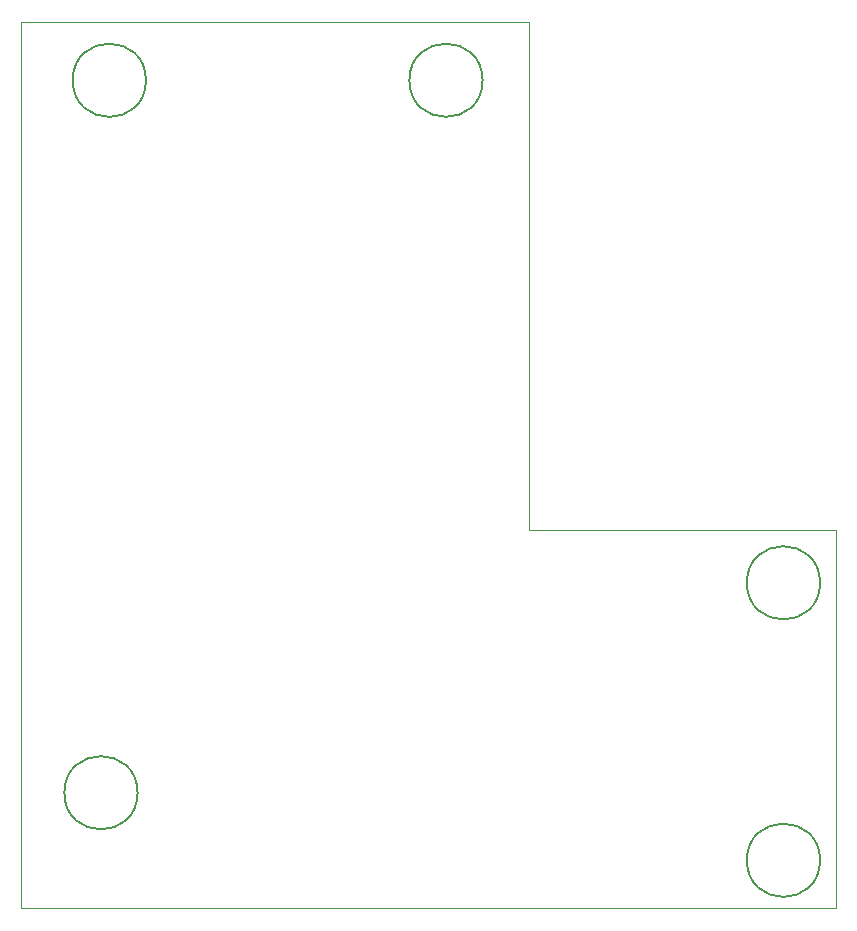
<source format=gbr>
%TF.GenerationSoftware,KiCad,Pcbnew,7.0.10*%
%TF.CreationDate,2024-02-18T04:07:48+01:00*%
%TF.ProjectId,main_board,6d61696e-5f62-46f6-9172-642e6b696361,rev?*%
%TF.SameCoordinates,Original*%
%TF.FileFunction,Profile,NP*%
%FSLAX46Y46*%
G04 Gerber Fmt 4.6, Leading zero omitted, Abs format (unit mm)*
G04 Created by KiCad (PCBNEW 7.0.10) date 2024-02-18 04:07:48*
%MOMM*%
%LPD*%
G01*
G04 APERTURE LIST*
%TA.AperFunction,Profile*%
%ADD10C,0.100000*%
%TD*%
%TA.AperFunction,Profile*%
%ADD11C,0.150000*%
%TD*%
G04 APERTURE END LIST*
D10*
X32600000Y-105660000D02*
X32600000Y-30660000D01*
D11*
X42470465Y-95885000D02*
G75*
G03*
X36269535Y-95885000I-3100465J0D01*
G01*
X36269535Y-95885000D02*
G75*
G03*
X42470465Y-95885000I3100465J0D01*
G01*
D10*
X101600000Y-105660000D02*
X32600000Y-105660000D01*
X75600000Y-73660000D02*
X101600000Y-73660000D01*
D11*
X100255465Y-101600000D02*
G75*
G03*
X94054535Y-101600000I-3100465J0D01*
G01*
X94054535Y-101600000D02*
G75*
G03*
X100255465Y-101600000I3100465J0D01*
G01*
D10*
X75600000Y-30660000D02*
X75600000Y-73660000D01*
D11*
X43180000Y-35560000D02*
G75*
G03*
X36979070Y-35560000I-3100465J0D01*
G01*
X36979070Y-35560000D02*
G75*
G03*
X43180000Y-35560000I3100465J0D01*
G01*
D10*
X32600000Y-30660000D02*
X75600000Y-30660000D01*
X101600000Y-73660000D02*
X101600000Y-105660000D01*
D11*
X100255465Y-78105000D02*
G75*
G03*
X94054535Y-78105000I-3100465J0D01*
G01*
X94054535Y-78105000D02*
G75*
G03*
X100255465Y-78105000I3100465J0D01*
G01*
X71680465Y-35560000D02*
G75*
G03*
X65479535Y-35560000I-3100465J0D01*
G01*
X65479535Y-35560000D02*
G75*
G03*
X71680465Y-35560000I3100465J0D01*
G01*
M02*

</source>
